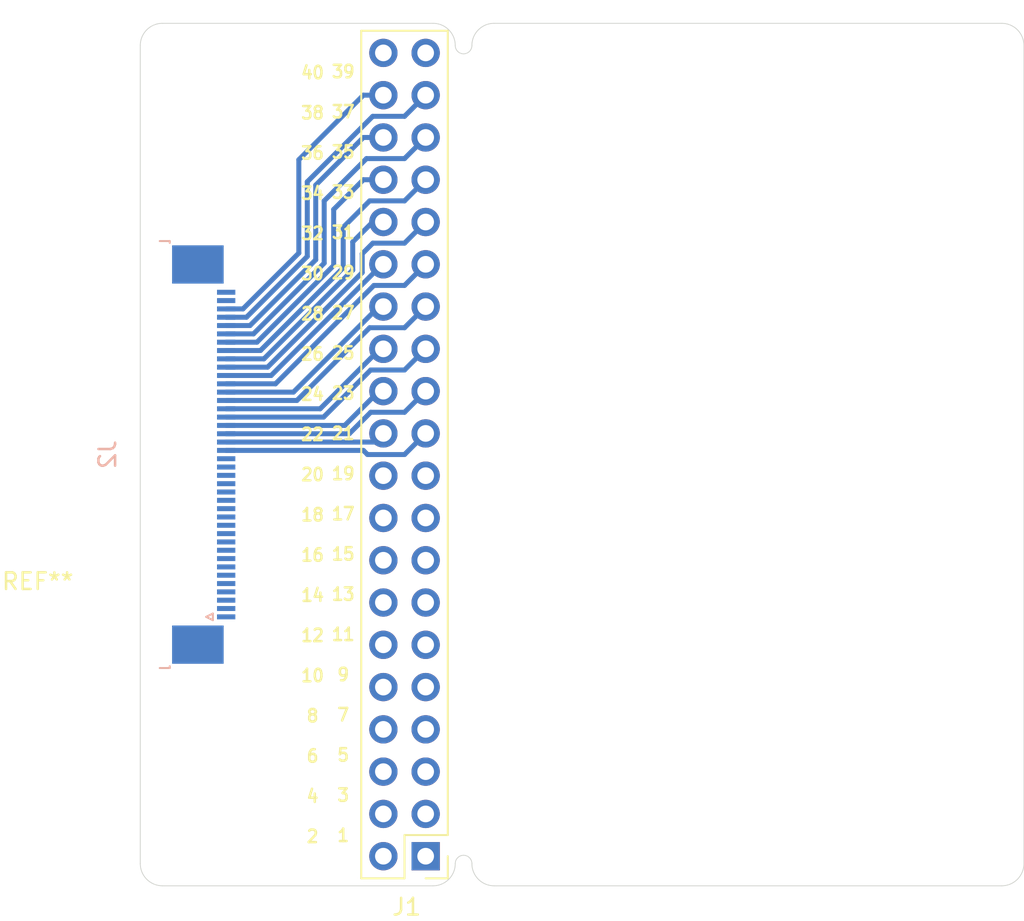
<source format=kicad_pcb>
(kicad_pcb (version 20171130) (host pcbnew "(5.1.6)-1")
  (layers (0 F.Cu signal) (31 B.Cu signal) (34 B.Paste user) (35 F.Paste user) (36 B.SilkS user) (37 F.SilkS user) (38 B.Mask user) (39 F.Mask user) (44 Edge.Cuts user))
  (net 0 "")
  (net 1 "Net-(J1-Pad40)")
  (net 2 "Net-(J1-Pad39)")
  (net 3 "Net-(J1-Pad38)")
  (net 4 "Net-(J1-Pad37)")
  (net 5 "Net-(J1-Pad36)")
  (net 6 "Net-(J1-Pad35)")
  (net 7 "Net-(J1-Pad34)")
  (net 8 "Net-(J1-Pad33)")
  (net 9 "Net-(J1-Pad32)")
  (net 10 "Net-(J1-Pad31)")
  (net 11 "Net-(J1-Pad30)")
  (net 12 "Net-(J1-Pad29)")
  (net 13 "Net-(J1-Pad28)")
  (net 14 "Net-(J1-Pad27)")
  (net 15 "Net-(J1-Pad26)")
  (net 16 "Net-(J1-Pad25)")
  (net 17 "Net-(J1-Pad24)")
  (net 18 "Net-(J1-Pad23)")
  (net 19 "Net-(J1-Pad22)")
  (net 20 "Net-(J1-Pad21)")
  (net 21 "Net-(J1-Pad20)")
  (net 22 "Net-(J1-Pad19)")
  (net 23 "Net-(J1-Pad18)")
  (net 24 "Net-(J1-Pad17)")
  (net 25 "Net-(J1-Pad16)")
  (net 26 "Net-(J1-Pad15)")
  (net 27 "Net-(J1-Pad14)")
  (net 28 "Net-(J1-Pad13)")
  (net 29 "Net-(J1-Pad12)")
  (net 30 "Net-(J1-Pad11)")
  (net 31 "Net-(J1-Pad10)")
  (net 32 "Net-(J1-Pad9)")
  (net 33 "Net-(J1-Pad8)")
  (net 34 "Net-(J1-Pad7)")
  (net 35 "Net-(J1-Pad6)")
  (net 36 "Net-(J1-Pad5)")
  (net 37 "Net-(J1-Pad4)")
  (net 38 "Net-(J1-Pad3)")
  (net 39 "Net-(J1-Pad2)")
  (net 40 "Net-(J1-Pad1)")
  (net 41 GND)
  (module "" (layer B.Cu) (at 159.7025 93.98 270)
    (fp_text reference "" (at 0 0 90) (layer B.SilkS) (effects (font (size 1.27 1.27)) (justify mirror)))
    (fp_text value "" (at 0 0 90) (layer B.SilkS) (effects (font (size 1.27 1.27)) (justify mirror)))
  )
  (module Connector_Wire:SolderWire-0.1sqmm_1x01_D0.4mm_OD1mm (layer F.Cu) (at 142.6083 93.98)
    (fp_text reference REF** (at -25.5778 7.62) (layer F.SilkS))
    (fp_text value SolderWire-0.1sqmm_1x01_D0.4mm_OD1mm)
    (pad "" np_thru_hole oval (at 0.0047 0) (size 1 45) (drill oval 1 45) (layers *.Cu *.Mask))
  )
  (module MountingHole:MountingHole_3.2mm_M3 (layer F.Cu) (at 129.64 71.98)
    (fp_text reference H1 (at 0 -0.0345) (layer F.SilkS))
    (fp_text value MountingHole)
    (pad 1 np_thru_hole circle (at 0 0) (size 3.2 3.2) (drill 3.2) (layers *.Cu *.Mask))
  )
  (module MountingHole:MountingHole_3.2mm_M3 (layer F.Cu) (at 129.6395 115.98)
    (fp_text reference H2 (at 0 -0.029) (layer F.SilkS))
    (fp_text value MountingHole)
    (pad 1 np_thru_hole circle (at 0 0) (size 3.2 3.2) (drill 3.2) (layers *.Cu *.Mask))
  )
  (module Connector_FFC-FPC:TE_4-1734839-0_1x40-1MP_P0.5mm_Horizontal (layer B.Cu) (at 127 93.98 90)
    (fp_text reference J2 (at 0 -5.7785 -90) (layer B.SilkS) (effects (justify mirror)))
    (fp_text value Conn_01x40_MountingPin)
    (fp_line (start -12.715 -2.04) (end -12.825 -2.04) (layer B.SilkS) (width 0.12))
    (fp_line (start -12.825 -2.04) (end -12.825 -2.64) (layer B.SilkS) (width 0.12))
    (fp_line (start 12.715 -2.04) (end 12.825 -2.04) (layer B.SilkS) (width 0.12))
    (fp_line (start 12.825 -2.04) (end 12.825 -2.64) (layer B.SilkS) (width 0.12))
    (fp_line (start -9.95 0.55) (end -9.75 0.15) (layer B.SilkS) (width 0.12))
    (fp_line (start -9.75 0.15) (end -9.55 0.55) (layer B.SilkS) (width 0.12))
    (fp_line (start -9.55 0.55) (end -9.95 0.55) (layer B.SilkS) (width 0.12))
    (pad 1 smd rect (at -9.75 1.35 90) (size 0.3 1.1) (layers B.Cu B.Paste B.Mask))
    (pad 2 smd rect (at -9.25 1.35 90) (size 0.3 1.1) (layers B.Cu B.Paste B.Mask))
    (pad 3 smd rect (at -8.75 1.35 90) (size 0.3 1.1) (layers B.Cu B.Paste B.Mask))
    (pad 4 smd rect (at -8.25 1.35 90) (size 0.3 1.1) (layers B.Cu B.Paste B.Mask))
    (pad 5 smd rect (at -7.75 1.35 90) (size 0.3 1.1) (layers B.Cu B.Paste B.Mask))
    (pad 6 smd rect (at -7.25 1.35 90) (size 0.3 1.1) (layers B.Cu B.Paste B.Mask))
    (pad 7 smd rect (at -6.75 1.35 90) (size 0.3 1.1) (layers B.Cu B.Paste B.Mask))
    (pad 8 smd rect (at -6.25 1.35 90) (size 0.3 1.1) (layers B.Cu B.Paste B.Mask))
    (pad 9 smd rect (at -5.75 1.35 90) (size 0.3 1.1) (layers B.Cu B.Paste B.Mask))
    (pad 10 smd rect (at -5.25 1.35 90) (size 0.3 1.1) (layers B.Cu B.Paste B.Mask))
    (pad 11 smd rect (at -4.75 1.35 90) (size 0.3 1.1) (layers B.Cu B.Paste B.Mask))
    (pad 12 smd rect (at -4.25 1.35 90) (size 0.3 1.1) (layers B.Cu B.Paste B.Mask))
    (pad 13 smd rect (at -3.75 1.35 90) (size 0.3 1.1) (layers B.Cu B.Paste B.Mask))
    (pad 14 smd rect (at -3.25 1.35 90) (size 0.3 1.1) (layers B.Cu B.Paste B.Mask))
    (pad 15 smd rect (at -2.75 1.35 90) (size 0.3 1.1) (layers B.Cu B.Paste B.Mask))
    (pad 16 smd rect (at -2.25 1.35 90) (size 0.3 1.1) (layers B.Cu B.Paste B.Mask))
    (pad 17 smd rect (at -1.75 1.35 90) (size 0.3 1.1) (layers B.Cu B.Paste B.Mask))
    (pad 18 smd rect (at -1.25 1.35 90) (size 0.3 1.1) (layers B.Cu B.Paste B.Mask))
    (pad 19 smd rect (at -0.75 1.35 90) (size 0.3 1.1) (layers B.Cu B.Paste B.Mask))
    (pad 20 smd rect (at -0.25 1.35 90) (size 0.3 1.1) (layers B.Cu B.Paste B.Mask))
    (pad 21 smd rect (at 0.25 1.35 90) (size 0.3 1.1) (layers B.Cu B.Paste B.Mask) (net 20 "Net-(J1-Pad21)"))
    (pad 22 smd rect (at 0.75 1.35 90) (size 0.3 1.1) (layers B.Cu B.Paste B.Mask) (net 19 "Net-(J1-Pad22)"))
    (pad 23 smd rect (at 1.25 1.35 90) (size 0.3 1.1) (layers B.Cu B.Paste B.Mask) (net 18 "Net-(J1-Pad23)"))
    (pad 24 smd rect (at 1.75 1.35 90) (size 0.3 1.1) (layers B.Cu B.Paste B.Mask) (net 17 "Net-(J1-Pad24)"))
    (pad 25 smd rect (at 2.25 1.35 90) (size 0.3 1.1) (layers B.Cu B.Paste B.Mask) (net 16 "Net-(J1-Pad25)"))
    (pad 26 smd rect (at 2.75 1.35 90) (size 0.3 1.1) (layers B.Cu B.Paste B.Mask) (net 15 "Net-(J1-Pad26)"))
    (pad 27 smd rect (at 3.25 1.35 90) (size 0.3 1.1) (layers B.Cu B.Paste B.Mask) (net 14 "Net-(J1-Pad27)"))
    (pad 28 smd rect (at 3.75 1.35 90) (size 0.3 1.1) (layers B.Cu B.Paste B.Mask) (net 13 "Net-(J1-Pad28)"))
    (pad 29 smd rect (at 4.25 1.35 90) (size 0.3 1.1) (layers B.Cu B.Paste B.Mask) (net 12 "Net-(J1-Pad29)"))
    (pad 30 smd rect (at 4.75 1.35 90) (size 0.3 1.1) (layers B.Cu B.Paste B.Mask) (net 11 "Net-(J1-Pad30)"))
    (pad 31 smd rect (at 5.25 1.35 90) (size 0.3 1.1) (layers B.Cu B.Paste B.Mask) (net 10 "Net-(J1-Pad31)"))
    (pad 32 smd rect (at 5.75 1.35 90) (size 0.3 1.1) (layers B.Cu B.Paste B.Mask) (net 9 "Net-(J1-Pad32)"))
    (pad 33 smd rect (at 6.25 1.35 90) (size 0.3 1.1) (layers B.Cu B.Paste B.Mask) (net 8 "Net-(J1-Pad33)"))
    (pad 34 smd rect (at 6.75 1.35 90) (size 0.3 1.1) (layers B.Cu B.Paste B.Mask) (net 7 "Net-(J1-Pad34)"))
    (pad 35 smd rect (at 7.25 1.35 90) (size 0.3 1.1) (layers B.Cu B.Paste B.Mask) (net 6 "Net-(J1-Pad35)"))
    (pad 36 smd rect (at 7.75 1.35 90) (size 0.3 1.1) (layers B.Cu B.Paste B.Mask) (net 5 "Net-(J1-Pad36)"))
    (pad 37 smd rect (at 8.25 1.35 90) (size 0.3 1.1) (layers B.Cu B.Paste B.Mask) (net 4 "Net-(J1-Pad37)"))
    (pad 38 smd rect (at 8.75 1.35 90) (size 0.3 1.1) (layers B.Cu B.Paste B.Mask) (net 3 "Net-(J1-Pad38)"))
    (pad 39 smd rect (at 9.25 1.35 90) (size 0.3 1.1) (layers B.Cu B.Paste B.Mask))
    (pad 40 smd rect (at 9.75 1.35 90) (size 0.3 1.1) (layers B.Cu B.Paste B.Mask))
    (pad MP smd rect (at -11.42 -0.35 90) (size 2.3 3.1) (layers B.Cu B.Paste B.Mask))
    (pad MP smd rect (at 11.42 -0.35 90) (size 2.3 3.1) (layers B.Cu B.Paste B.Mask))
  )
  (module Connector_PinHeader_2.54mm:PinHeader_2x20_P2.54mm_Vertical (layer F.Cu) (at 140.335 118.11 180)
    (fp_text reference J1 (at 1.143 -3.048) (layer F.SilkS))
    (fp_text value Conn_01x40)
    (fp_line (start -1.33 49.59) (end 3.87 49.59) (layer F.SilkS) (width 0.12))
    (fp_line (start -1.33 1.27) (end -1.33 49.59) (layer F.SilkS) (width 0.12))
    (fp_line (start 3.87 -1.33) (end 3.87 49.59) (layer F.SilkS) (width 0.12))
    (fp_line (start -1.33 1.27) (end 1.27 1.27) (layer F.SilkS) (width 0.12))
    (fp_line (start 1.27 1.27) (end 1.27 -1.33) (layer F.SilkS) (width 0.12))
    (fp_line (start 1.27 -1.33) (end 3.87 -1.33) (layer F.SilkS) (width 0.12))
    (fp_line (start -1.33 0) (end -1.33 -1.33) (layer F.SilkS) (width 0.12))
    (fp_line (start -1.33 -1.33) (end 0 -1.33) (layer F.SilkS) (width 0.12))
    (pad 1 thru_hole rect (at 0 0 180) (size 1.7 1.7) (drill 1) (layers *.Cu *.Mask))
    (pad 2 thru_hole oval (at 2.54 0 180) (size 1.7 1.7) (drill 1) (layers *.Cu *.Mask))
    (pad 3 thru_hole oval (at 0 2.54 180) (size 1.7 1.7) (drill 1) (layers *.Cu *.Mask))
    (pad 4 thru_hole oval (at 2.54 2.54 180) (size 1.7 1.7) (drill 1) (layers *.Cu *.Mask))
    (pad 5 thru_hole oval (at 0 5.08 180) (size 1.7 1.7) (drill 1) (layers *.Cu *.Mask))
    (pad 6 thru_hole oval (at 2.54 5.08 180) (size 1.7 1.7) (drill 1) (layers *.Cu *.Mask))
    (pad 7 thru_hole oval (at 0 7.62 180) (size 1.7 1.7) (drill 1) (layers *.Cu *.Mask))
    (pad 8 thru_hole oval (at 2.54 7.62 180) (size 1.7 1.7) (drill 1) (layers *.Cu *.Mask))
    (pad 9 thru_hole oval (at 0 10.16 180) (size 1.7 1.7) (drill 1) (layers *.Cu *.Mask))
    (pad 10 thru_hole oval (at 2.54 10.16 180) (size 1.7 1.7) (drill 1) (layers *.Cu *.Mask))
    (pad 11 thru_hole oval (at 0 12.7 180) (size 1.7 1.7) (drill 1) (layers *.Cu *.Mask))
    (pad 12 thru_hole oval (at 2.54 12.7 180) (size 1.7 1.7) (drill 1) (layers *.Cu *.Mask))
    (pad 13 thru_hole oval (at 0 15.24 180) (size 1.7 1.7) (drill 1) (layers *.Cu *.Mask))
    (pad 14 thru_hole oval (at 2.54 15.24 180) (size 1.7 1.7) (drill 1) (layers *.Cu *.Mask))
    (pad 15 thru_hole oval (at 0 17.78 180) (size 1.7 1.7) (drill 1) (layers *.Cu *.Mask))
    (pad 16 thru_hole oval (at 2.54 17.78 180) (size 1.7 1.7) (drill 1) (layers *.Cu *.Mask))
    (pad 17 thru_hole oval (at 0 20.32 180) (size 1.7 1.7) (drill 1) (layers *.Cu *.Mask))
    (pad 18 thru_hole oval (at 2.54 20.32 180) (size 1.7 1.7) (drill 1) (layers *.Cu *.Mask))
    (pad 19 thru_hole oval (at 0 22.86 180) (size 1.7 1.7) (drill 1) (layers *.Cu *.Mask))
    (pad 20 thru_hole oval (at 2.54 22.86 180) (size 1.7 1.7) (drill 1) (layers *.Cu *.Mask))
    (pad 21 thru_hole oval (at 0 25.4 180) (size 1.7 1.7) (drill 1) (layers *.Cu *.Mask) (net 20 "Net-(J1-Pad21)"))
    (pad 22 thru_hole oval (at 2.54 25.4 180) (size 1.7 1.7) (drill 1) (layers *.Cu *.Mask) (net 19 "Net-(J1-Pad22)"))
    (pad 23 thru_hole oval (at 0 27.94 180) (size 1.7 1.7) (drill 1) (layers *.Cu *.Mask) (net 18 "Net-(J1-Pad23)"))
    (pad 24 thru_hole oval (at 2.54 27.94 180) (size 1.7 1.7) (drill 1) (layers *.Cu *.Mask) (net 17 "Net-(J1-Pad24)"))
    (pad 25 thru_hole oval (at 0 30.48 180) (size 1.7 1.7) (drill 1) (layers *.Cu *.Mask) (net 16 "Net-(J1-Pad25)"))
    (pad 26 thru_hole oval (at 2.54 30.48 180) (size 1.7 1.7) (drill 1) (layers *.Cu *.Mask) (net 15 "Net-(J1-Pad26)"))
    (pad 27 thru_hole oval (at 0 33.02 180) (size 1.7 1.7) (drill 1) (layers *.Cu *.Mask) (net 14 "Net-(J1-Pad27)"))
    (pad 28 thru_hole oval (at 2.54 33.02 180) (size 1.7 1.7) (drill 1) (layers *.Cu *.Mask) (net 13 "Net-(J1-Pad28)"))
    (pad 29 thru_hole oval (at 0 35.56 180) (size 1.7 1.7) (drill 1) (layers *.Cu *.Mask) (net 12 "Net-(J1-Pad29)"))
    (pad 30 thru_hole oval (at 2.54 35.56 180) (size 1.7 1.7) (drill 1) (layers *.Cu *.Mask) (net 11 "Net-(J1-Pad30)"))
    (pad 31 thru_hole oval (at 0 38.1 180) (size 1.7 1.7) (drill 1) (layers *.Cu *.Mask) (net 10 "Net-(J1-Pad31)"))
    (pad 32 thru_hole oval (at 2.54 38.1 180) (size 1.7 1.7) (drill 1) (layers *.Cu *.Mask) (net 9 "Net-(J1-Pad32)"))
    (pad 33 thru_hole oval (at 0 40.64 180) (size 1.7 1.7) (drill 1) (layers *.Cu *.Mask) (net 8 "Net-(J1-Pad33)"))
    (pad 34 thru_hole oval (at 2.54 40.64 180) (size 1.7 1.7) (drill 1) (layers *.Cu *.Mask) (net 7 "Net-(J1-Pad34)"))
    (pad 35 thru_hole oval (at 0 43.18 180) (size 1.7 1.7) (drill 1) (layers *.Cu *.Mask) (net 6 "Net-(J1-Pad35)"))
    (pad 36 thru_hole oval (at 2.54 43.18 180) (size 1.7 1.7) (drill 1) (layers *.Cu *.Mask) (net 5 "Net-(J1-Pad36)"))
    (pad 37 thru_hole oval (at 0 45.72 180) (size 1.7 1.7) (drill 1) (layers *.Cu *.Mask) (net 4 "Net-(J1-Pad37)"))
    (pad 38 thru_hole oval (at 2.54 45.72 180) (size 1.7 1.7) (drill 1) (layers *.Cu *.Mask) (net 3 "Net-(J1-Pad38)"))
    (pad 39 thru_hole oval (at 0 48.26 180) (size 1.7 1.7) (drill 1) (layers *.Cu *.Mask))
    (pad 40 thru_hole oval (at 2.54 48.26 180) (size 1.7 1.7) (drill 1) (layers *.Cu *.Mask))
  )
  (gr_text "40\n\n38\n\n36\n\n34\n\n32\n\n30\n\n28\n\n26\n\n24\n\n22\n\n20\n\n18\n\n16\n\n14\n\n12\n\n10\n\n8\n\n6\n\n4\n\n2" (at 133.5405 93.98) (layer F.SilkS) (effects (font (size 0.75 0.7))))
  (gr_text "\n\n39\n\n37\n\n35\n\n33\n\n31\n\n29\n\n27\n\n25\n\n23\n\n21\n\n19\n\n17\n\n15\n\n13\n\n11\n\n9\n\n7\n\n5\n\n3\n\n1" (at 135.382 92.71) (layer F.SilkS) (effects (font (size 0.75 0.7))))
  (gr_line (start 144.4465 119.888) (end 174.9425 119.888) (layer Edge.Cuts) (width 0.05))
  (gr_line (start 176.276 118.5545) (end 176.276 69.4055) (layer Edge.Cuts) (width 0.05))
  (gr_line (start 144.4465 68.072) (end 174.9425 68.072) (layer Edge.Cuts) (width 0.05))
  (gr_line (start 124.5235 119.888) (end 140.7795 119.888) (layer Edge.Cuts) (width 0.05))
  (gr_line (start 123.19 69.4055) (end 123.19 118.5545) (layer Edge.Cuts) (width 0.05))
  (gr_line (start 140.7795 68.072) (end 124.5235 68.072) (layer Edge.Cuts) (width 0.05))
  (gr_arc (start 174.9425 69.4055) (end 176.276 69.4055) (angle -90) (layer Edge.Cuts) (width 0.05))
  (gr_arc (start 174.9425 118.5545) (end 174.9425 119.888) (angle -90) (layer Edge.Cuts) (width 0.05))
  (gr_arc (start 144.4465 69.4055) (end 144.4465 68.072) (angle -90) (layer Edge.Cuts) (width 0.05))
  (gr_arc (start 144.4465 118.5545) (end 143.113 118.5545) (angle -90) (layer Edge.Cuts) (width 0.05))
  (gr_arc (start 142.613 118.5545) (end 143.113 118.5545) (angle -180) (layer Edge.Cuts) (width 0.05))
  (gr_arc (start 142.613 69.4055) (end 142.113 69.4055) (angle -180) (layer Edge.Cuts) (width 0.05))
  (gr_arc (start 140.7795 118.5545) (end 140.7795 119.888) (angle -90) (layer Edge.Cuts) (width 0.05))
  (gr_arc (start 124.5235 118.5545) (end 123.19 118.5545) (angle -90) (layer Edge.Cuts) (width 0.05))
  (gr_arc (start 124.5235 69.4055) (end 124.5235 68.072) (angle -90) (layer Edge.Cuts) (width 0.05))
  (gr_arc (start 140.7795 69.4055) (end 142.113 69.4055) (angle -90) (layer Edge.Cuts) (width 0.05))
  (segment (start 136.592919 72.39) (end 137.795 72.39) (width 0.3) (layer B.Cu) (net 3))
  (segment (start 132.715 81.875) (end 132.715 76.267919) (width 0.3) (layer B.Cu) (net 3))
  (segment (start 132.715 76.267919) (end 136.592919 72.39) (width 0.3) (layer B.Cu) (net 3))
  (segment (start 128.35 85.23) (end 129.36 85.23) (width 0.3) (layer B.Cu) (net 3))
  (segment (start 129.36 85.23) (end 132.715 81.875) (width 0.3) (layer B.Cu) (net 3))
  (segment (start 139.065 73.66) (end 140.335 72.39) (width 0.3) (layer B.Cu) (net 4))
  (segment (start 128.35 85.73) (end 129.57 85.73) (width 0.3) (layer B.Cu) (net 4))
  (segment (start 133.223 82.077) (end 133.223 77.592799) (width 0.3) (layer B.Cu) (net 4))
  (segment (start 133.223 77.592799) (end 137.155799 73.66) (width 0.3) (layer B.Cu) (net 4))
  (segment (start 129.57 85.73) (end 133.223 82.077) (width 0.3) (layer B.Cu) (net 4))
  (segment (start 137.155799 73.66) (end 139.065 73.66) (width 0.3) (layer B.Cu) (net 4))
  (segment (start 133.731 77.791919) (end 136.592919 74.93) (width 0.3) (layer B.Cu) (net 5))
  (segment (start 133.731 82.279) (end 133.731 77.791919) (width 0.3) (layer B.Cu) (net 5))
  (segment (start 136.592919 74.93) (end 137.795 74.93) (width 0.3) (layer B.Cu) (net 5))
  (segment (start 128.35 86.23) (end 129.78 86.23) (width 0.3) (layer B.Cu) (net 5))
  (segment (start 129.78 86.23) (end 133.731 82.279) (width 0.3) (layer B.Cu) (net 5))
  (segment (start 129.99 86.73) (end 134.239 82.481) (width 0.3) (layer B.Cu) (net 6))
  (segment (start 139.065 76.2) (end 140.335 74.93) (width 0.3) (layer B.Cu) (net 6))
  (segment (start 128.35 86.73) (end 129.99 86.73) (width 0.3) (layer B.Cu) (net 6))
  (segment (start 134.239 78.74) (end 136.779 76.2) (width 0.3) (layer B.Cu) (net 6))
  (segment (start 134.239 82.481) (end 134.239 78.74) (width 0.3) (layer B.Cu) (net 6))
  (segment (start 136.779 76.2) (end 139.065 76.2) (width 0.3) (layer B.Cu) (net 6))
  (segment (start 130.2 87.23) (end 128.35 87.23) (width 0.3) (layer B.Cu) (net 7))
  (segment (start 134.8105 82.6195) (end 130.2 87.23) (width 0.3) (layer B.Cu) (net 7))
  (segment (start 134.8105 79.252419) (end 134.8105 82.6195) (width 0.3) (layer B.Cu) (net 7))
  (segment (start 137.795 77.47) (end 136.592919 77.47) (width 0.3) (layer B.Cu) (net 7))
  (segment (start 136.592919 77.47) (end 134.8105 79.252419) (width 0.3) (layer B.Cu) (net 7))
  (segment (start 139.065 78.74) (end 140.335 77.47) (width 0.3) (layer B.Cu) (net 8))
  (segment (start 136.9695 78.74) (end 139.065 78.74) (width 0.3) (layer B.Cu) (net 8))
  (segment (start 130.41 87.73) (end 135.382 82.758) (width 0.3) (layer B.Cu) (net 8))
  (segment (start 128.35 87.73) (end 130.41 87.73) (width 0.3) (layer B.Cu) (net 8))
  (segment (start 135.382 82.758) (end 135.382 80.3275) (width 0.3) (layer B.Cu) (net 8))
  (segment (start 135.382 80.3275) (end 136.9695 78.74) (width 0.3) (layer B.Cu) (net 8))
  (segment (start 137.15138 80.01) (end 137.795 80.01) (width 0.3) (layer B.Cu) (net 9))
  (segment (start 135.9535 81.20788) (end 137.15138 80.01) (width 0.3) (layer B.Cu) (net 9))
  (segment (start 135.9535 82.8965) (end 135.9535 81.20788) (width 0.3) (layer B.Cu) (net 9))
  (segment (start 128.35 88.23) (end 130.62 88.23) (width 0.3) (layer B.Cu) (net 9))
  (segment (start 130.62 88.23) (end 135.9535 82.8965) (width 0.3) (layer B.Cu) (net 9))
  (segment (start 139.065 81.28) (end 140.335 80.01) (width 0.3) (layer B.Cu) (net 10))
  (segment (start 130.84 88.73) (end 136.525 83.045) (width 0.3) (layer B.Cu) (net 10))
  (segment (start 136.525 81.915) (end 137.16 81.28) (width 0.3) (layer B.Cu) (net 10))
  (segment (start 128.35 88.73) (end 130.84 88.73) (width 0.3) (layer B.Cu) (net 10))
  (segment (start 136.525 83.045) (end 136.525 81.915) (width 0.3) (layer B.Cu) (net 10))
  (segment (start 137.16 81.28) (end 139.065 81.28) (width 0.3) (layer B.Cu) (net 10))
  (segment (start 137.7315 82.55) (end 137.795 82.55) (width 0.3) (layer B.Cu) (net 11))
  (segment (start 128.35 89.23) (end 131.0515 89.23) (width 0.3) (layer B.Cu) (net 11))
  (segment (start 131.0515 89.23) (end 137.7315 82.55) (width 0.3) (layer B.Cu) (net 11))
  (segment (start 139.065 83.82) (end 140.335 82.55) (width 0.3) (layer B.Cu) (net 12))
  (segment (start 137.2235 83.82) (end 139.065 83.82) (width 0.3) (layer B.Cu) (net 12))
  (segment (start 128.35 89.73) (end 131.3135 89.73) (width 0.3) (layer B.Cu) (net 12))
  (segment (start 131.3135 89.73) (end 137.2235 83.82) (width 0.3) (layer B.Cu) (net 12))
  (segment (start 137.53238 85.09) (end 137.795 85.09) (width 0.3) (layer B.Cu) (net 13))
  (segment (start 128.35 90.23) (end 132.39238 90.23) (width 0.3) (layer B.Cu) (net 13))
  (segment (start 132.39238 90.23) (end 137.53238 85.09) (width 0.3) (layer B.Cu) (net 13))
  (segment (start 128.35 90.73) (end 132.5995 90.73) (width 0.3) (layer B.Cu) (net 14))
  (segment (start 132.5995 90.73) (end 136.9695 86.36) (width 0.3) (layer B.Cu) (net 14))
  (segment (start 139.065 86.36) (end 140.335 85.09) (width 0.3) (layer B.Cu) (net 14))
  (segment (start 136.9695 86.36) (end 139.065 86.36) (width 0.3) (layer B.Cu) (net 14))
  (segment (start 137.59588 87.63) (end 137.795 87.63) (width 0.3) (layer B.Cu) (net 15))
  (segment (start 128.35 91.23) (end 133.99588 91.23) (width 0.3) (layer B.Cu) (net 15))
  (segment (start 133.99588 91.23) (end 137.59588 87.63) (width 0.3) (layer B.Cu) (net 15))
  (segment (start 128.35 91.73) (end 134.203 91.73) (width 0.3) (layer B.Cu) (net 16))
  (segment (start 134.203 91.73) (end 137.033 88.9) (width 0.3) (layer B.Cu) (net 16))
  (segment (start 139.065 88.9) (end 140.335 87.63) (width 0.3) (layer B.Cu) (net 16))
  (segment (start 137.033 88.9) (end 139.065 88.9) (width 0.3) (layer B.Cu) (net 16))
  (segment (start 137.53238 90.17) (end 137.795 90.17) (width 0.3) (layer B.Cu) (net 17))
  (segment (start 128.35 92.23) (end 135.47238 92.23) (width 0.3) (layer B.Cu) (net 17))
  (segment (start 135.47238 92.23) (end 137.53238 90.17) (width 0.3) (layer B.Cu) (net 17))
  (segment (start 139.065 91.44) (end 140.335 90.17) (width 0.3) (layer B.Cu) (net 18))
  (segment (start 137.033 91.44) (end 139.065 91.44) (width 0.3) (layer B.Cu) (net 18))
  (segment (start 128.35 92.73) (end 135.743 92.73) (width 0.3) (layer B.Cu) (net 18))
  (segment (start 135.743 92.73) (end 137.033 91.44) (width 0.3) (layer B.Cu) (net 18))
  (segment (start 137.275 93.23) (end 137.795 92.71) (width 0.3) (layer B.Cu) (net 19))
  (segment (start 128.35 93.23) (end 137.275 93.23) (width 0.3) (layer B.Cu) (net 19))
  (segment (start 139.065 93.98) (end 140.335 92.71) (width 0.3) (layer B.Cu) (net 20))
  (segment (start 136.8425 93.98) (end 139.065 93.98) (width 0.3) (layer B.Cu) (net 20))
  (segment (start 128.35 93.73) (end 136.5925 93.73) (width 0.3) (layer B.Cu) (net 20))
  (segment (start 136.5925 93.73) (end 136.8425 93.98) (width 0.3) (layer B.Cu) (net 20))
)
</source>
